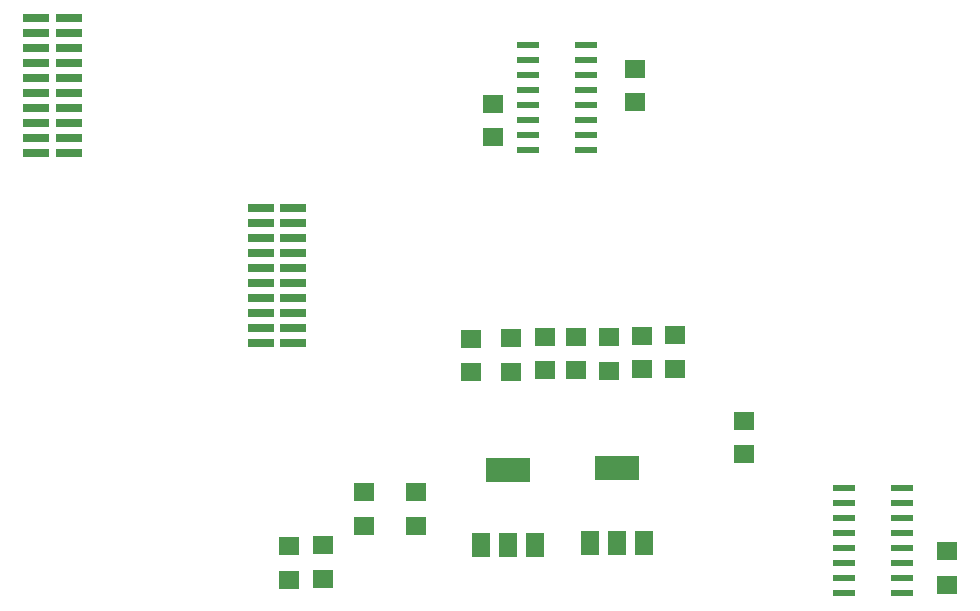
<source format=gbr>
%TF.GenerationSoftware,KiCad,Pcbnew,(5.1.9)-1*%
%TF.CreationDate,2021-09-07T19:05:13+00:00*%
%TF.ProjectId,CZTBoardV3,435a5442-6f61-4726-9456-332e6b696361,rev?*%
%TF.SameCoordinates,Original*%
%TF.FileFunction,Paste,Top*%
%TF.FilePolarity,Positive*%
%FSLAX46Y46*%
G04 Gerber Fmt 4.6, Leading zero omitted, Abs format (unit mm)*
G04 Created by KiCad (PCBNEW (5.1.9)-1) date 2021-09-07 19:05:13*
%MOMM*%
%LPD*%
G01*
G04 APERTURE LIST*
%ADD10R,1.803000X1.600000*%
%ADD11R,2.222400X0.736600*%
%ADD12R,1.981200X0.558800*%
%ADD13R,3.800000X2.000000*%
%ADD14R,1.500000X2.000000*%
G04 APERTURE END LIST*
D10*
%TO.C,R1*%
X159290000Y-89612000D03*
X159290000Y-86768000D03*
%TD*%
%TO.C,R2*%
X171920000Y-106428000D03*
X171920000Y-109272000D03*
%TD*%
%TO.C,R3*%
X171360000Y-86664000D03*
X171360000Y-83820000D03*
%TD*%
%TO.C,R4*%
X144930000Y-124138000D03*
X144930000Y-126982000D03*
%TD*%
%TO.C,R9*%
X160810000Y-106620000D03*
X160810000Y-109464000D03*
%TD*%
%TO.C,R10*%
X152790000Y-119650000D03*
X152790000Y-122494000D03*
%TD*%
%TO.C,R11*%
X148390000Y-119650000D03*
X148390000Y-122494000D03*
%TD*%
%TO.C,R12*%
X169160000Y-109374000D03*
X169160000Y-106530000D03*
%TD*%
%TO.C,R13*%
X174740000Y-106380000D03*
X174740000Y-109224000D03*
%TD*%
%TO.C,R14*%
X166350000Y-106500000D03*
X166350000Y-109344000D03*
%TD*%
%TO.C,R15*%
X157480000Y-106680000D03*
X157480000Y-109524000D03*
%TD*%
%TO.C,R16*%
X163680000Y-106500000D03*
X163680000Y-109344000D03*
%TD*%
%TO.C,R17*%
X197720000Y-124668000D03*
X197720000Y-127512000D03*
%TD*%
%TO.C,R18*%
X142000000Y-127094000D03*
X142000000Y-124250000D03*
%TD*%
%TO.C,R21*%
X180590000Y-116474000D03*
X180590000Y-113630000D03*
%TD*%
D11*
%TO.C,U1*%
X123391700Y-79562000D03*
X120661200Y-79562000D03*
X123391700Y-80832000D03*
X120661200Y-80832000D03*
X123391700Y-82102000D03*
X120661200Y-82102000D03*
X123391700Y-83372000D03*
X120661200Y-83372000D03*
X123391700Y-84642000D03*
X120661200Y-84642000D03*
X123391700Y-85912000D03*
X120661200Y-85912000D03*
X123391700Y-87182000D03*
X120661200Y-87182000D03*
X123391700Y-88452000D03*
X120661200Y-88452000D03*
X123391700Y-89722000D03*
X120661200Y-89722000D03*
X123391700Y-90992000D03*
X120661200Y-90992000D03*
X142385300Y-95565000D03*
X139654800Y-95565000D03*
X142385300Y-96835000D03*
X139654800Y-96835000D03*
X142385300Y-98105000D03*
X139654800Y-98105000D03*
X142385300Y-99375000D03*
X139654800Y-99375000D03*
X142385300Y-100645000D03*
X139654800Y-100645000D03*
X142385300Y-101915000D03*
X139654800Y-101915000D03*
X142385300Y-103185000D03*
X139654800Y-103185000D03*
X142385300Y-104455000D03*
X139654800Y-104455000D03*
X142385300Y-105725000D03*
X139654800Y-105725000D03*
X142385300Y-106995000D03*
X139654800Y-106995000D03*
%TD*%
D12*
%TO.C,U3*%
X193963800Y-119325000D03*
X193963800Y-120595000D03*
X193963800Y-121865000D03*
X193963800Y-123135000D03*
X193963800Y-124405000D03*
X193963800Y-125675000D03*
X193963800Y-126945000D03*
X193963800Y-128215000D03*
X189036200Y-128215000D03*
X189036200Y-126945000D03*
X189036200Y-125675000D03*
X189036200Y-124405000D03*
X189036200Y-123135000D03*
X189036200Y-121865000D03*
X189036200Y-120595000D03*
X189036200Y-119325000D03*
%TD*%
%TO.C,U2*%
X167183800Y-81765000D03*
X167183800Y-83035000D03*
X167183800Y-84305000D03*
X167183800Y-85575000D03*
X167183800Y-86845000D03*
X167183800Y-88115000D03*
X167183800Y-89385000D03*
X167183800Y-90655000D03*
X162256200Y-90655000D03*
X162256200Y-89385000D03*
X162256200Y-88115000D03*
X162256200Y-86845000D03*
X162256200Y-85575000D03*
X162256200Y-84305000D03*
X162256200Y-83035000D03*
X162256200Y-81765000D03*
%TD*%
D13*
%TO.C,IC2*%
X169810000Y-117660000D03*
D14*
X172110000Y-123960000D03*
X169810000Y-123960000D03*
X167510000Y-123960000D03*
%TD*%
D13*
%TO.C,IC1*%
X160590000Y-117800000D03*
D14*
X162890000Y-124100000D03*
X160590000Y-124100000D03*
X158290000Y-124100000D03*
%TD*%
M02*

</source>
